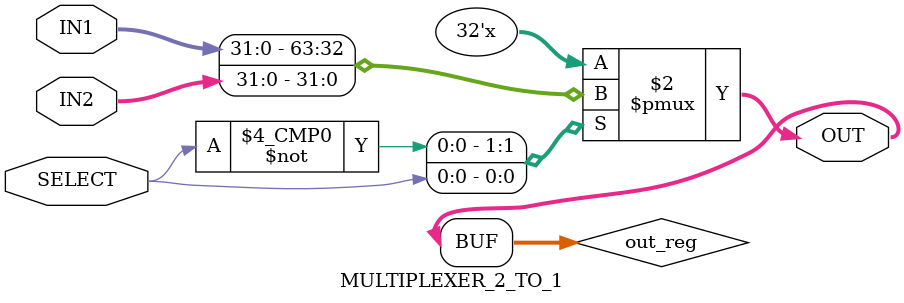
<source format=v>
module MULTIPLEXER_2_TO_1 #(
        parameter BUS_WIDTH     = 32       
    ) (
        input   [BUS_WIDTH - 1 : 0] IN1     ,
        input   [BUS_WIDTH - 1 : 0] IN2     ,
        input                       SELECT  ,
        output  [BUS_WIDTH - 1 : 0] OUT     
    );
    reg [BUS_WIDTH - 1 : 0] out_reg;
    always@(*)
    begin
        case(SELECT)
            1'b0:
            begin
                out_reg = IN1;
            end
            1'b1:
            begin
                out_reg = IN2;
            end
        endcase
    end 
    assign OUT = out_reg;
endmodule
</source>
